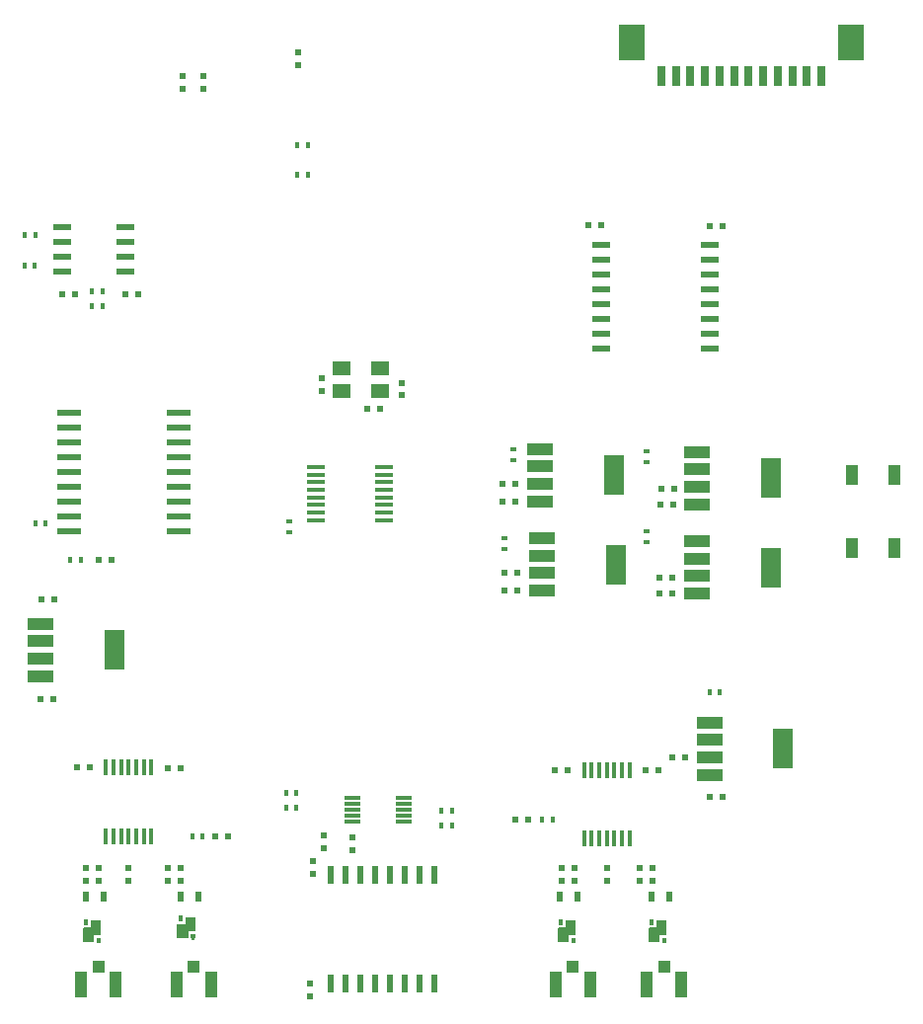
<source format=gbr>
G04 #@! TF.GenerationSoftware,KiCad,Pcbnew,(5.1.2)-2*
G04 #@! TF.CreationDate,2021-12-15T08:53:58-03:00*
G04 #@! TF.ProjectId,MAG_Plus,4d41475f-506c-4757-932e-6b696361645f,rev?*
G04 #@! TF.SameCoordinates,Original*
G04 #@! TF.FileFunction,Paste,Top*
G04 #@! TF.FilePolarity,Positive*
%FSLAX46Y46*%
G04 Gerber Fmt 4.6, Leading zero omitted, Abs format (unit mm)*
G04 Created by KiCad (PCBNEW (5.1.2)-2) date 2021-12-15 08:53:58*
%MOMM*%
%LPD*%
G04 APERTURE LIST*
%ADD10R,0.400000X0.600000*%
%ADD11R,1.550000X0.600000*%
%ADD12R,0.500000X0.600000*%
%ADD13R,0.600000X0.500000*%
%ADD14R,0.450000X1.450000*%
%ADD15R,1.050000X2.200000*%
%ADD16R,1.000000X1.050000*%
%ADD17R,2.200000X3.100000*%
%ADD18R,0.800000X1.700000*%
%ADD19R,0.600000X1.500000*%
%ADD20R,1.500000X0.600000*%
%ADD21R,1.100000X1.800000*%
%ADD22R,2.000000X0.600000*%
%ADD23R,2.200000X1.000000*%
%ADD24R,1.800000X3.400000*%
%ADD25R,1.400000X0.300000*%
%ADD26C,0.800000*%
%ADD27C,0.100000*%
%ADD28C,0.350000*%
%ADD29R,0.500000X0.900000*%
%ADD30R,0.600000X0.400000*%
%ADD31R,1.500000X0.450000*%
%ADD32R,1.600000X1.300000*%
G04 APERTURE END LIST*
D10*
X70200000Y-56200000D03*
X71100000Y-56200000D03*
X71100000Y-58700000D03*
X70200000Y-58700000D03*
D11*
X50050000Y-67005000D03*
X50050000Y-65735000D03*
X50050000Y-64465000D03*
X50050000Y-63195000D03*
X55450000Y-63195000D03*
X55450000Y-64465000D03*
X55450000Y-65735000D03*
X55450000Y-67005000D03*
D10*
X46800000Y-66500000D03*
X47700000Y-66500000D03*
X47750000Y-63900000D03*
X46850000Y-63900000D03*
X52600000Y-68700000D03*
X53500000Y-68700000D03*
X53490000Y-70000000D03*
X52590000Y-70000000D03*
D12*
X60350000Y-50250000D03*
X60350000Y-51350000D03*
X62150000Y-51350000D03*
X62150000Y-50250000D03*
X70250000Y-48250000D03*
X70250000Y-49350000D03*
D13*
X51140000Y-69000000D03*
X50040000Y-69000000D03*
X55440000Y-69000000D03*
X56540000Y-69000000D03*
D14*
X94800000Y-109750000D03*
X95450000Y-109750000D03*
X96100000Y-109750000D03*
X96750000Y-109750000D03*
X97400000Y-109750000D03*
X98050000Y-109750000D03*
X98700000Y-109750000D03*
X98700000Y-115650000D03*
X98050000Y-115650000D03*
X97400000Y-115650000D03*
X96750000Y-115650000D03*
X96100000Y-115650000D03*
X95450000Y-115650000D03*
X94800000Y-115650000D03*
D15*
X92385000Y-128175000D03*
D16*
X93860000Y-126650000D03*
D15*
X95335000Y-128175000D03*
X103145000Y-128175000D03*
D16*
X101670000Y-126650000D03*
D15*
X100195000Y-128175000D03*
X51675000Y-128175000D03*
D16*
X53150000Y-126650000D03*
D15*
X54625000Y-128175000D03*
X62805000Y-128175000D03*
D16*
X61330000Y-126650000D03*
D15*
X59855000Y-128175000D03*
D13*
X88900000Y-114000000D03*
X90000000Y-114000000D03*
D12*
X96750000Y-119250000D03*
X96750000Y-118150000D03*
D13*
X63200000Y-115500000D03*
X64300000Y-115500000D03*
D12*
X55750000Y-118150000D03*
X55750000Y-119250000D03*
X92850000Y-119250000D03*
X92850000Y-118150000D03*
X93950000Y-118150000D03*
X93950000Y-119250000D03*
X99550000Y-119250000D03*
X99550000Y-118150000D03*
X100650000Y-118150000D03*
X100650000Y-119250000D03*
X52050000Y-118150000D03*
X52050000Y-119250000D03*
X53150000Y-119250000D03*
X53150000Y-118150000D03*
X59150000Y-118150000D03*
X59150000Y-119250000D03*
X60250000Y-119250000D03*
X60250000Y-118150000D03*
D13*
X93400000Y-109800000D03*
X92300000Y-109800000D03*
X101200000Y-109800000D03*
X100100000Y-109800000D03*
X51300000Y-109500000D03*
X52400000Y-109500000D03*
X59100000Y-109600000D03*
X60200000Y-109600000D03*
D10*
X91200000Y-114000000D03*
X92100000Y-114000000D03*
X62100000Y-115500000D03*
X61200000Y-115500000D03*
D14*
X53800000Y-109550000D03*
X54450000Y-109550000D03*
X55100000Y-109550000D03*
X55750000Y-109550000D03*
X56400000Y-109550000D03*
X57050000Y-109550000D03*
X57700000Y-109550000D03*
X57700000Y-115450000D03*
X57050000Y-115450000D03*
X56400000Y-115450000D03*
X55750000Y-115450000D03*
X55100000Y-115450000D03*
X54450000Y-115450000D03*
X53800000Y-115450000D03*
D17*
X98925000Y-47410000D03*
X117675000Y-47410000D03*
D18*
X101425000Y-50310000D03*
X102675000Y-50310000D03*
X103925000Y-50310000D03*
X105175000Y-50310000D03*
X106425000Y-50310000D03*
X107675000Y-50310000D03*
X108925000Y-50310000D03*
X110175000Y-50310000D03*
X111425000Y-50310000D03*
X112675000Y-50310000D03*
X113925000Y-50310000D03*
X115175000Y-50310000D03*
D19*
X73105000Y-118750000D03*
X74375000Y-118750000D03*
X75645000Y-118750000D03*
X76915000Y-118750000D03*
X78185000Y-118750000D03*
X79455000Y-118750000D03*
X80725000Y-118750000D03*
X81995000Y-118750000D03*
X81995000Y-128050000D03*
X80725000Y-128050000D03*
X79455000Y-128050000D03*
X78185000Y-128050000D03*
X76915000Y-128050000D03*
X75645000Y-128050000D03*
X74375000Y-128050000D03*
X73105000Y-128050000D03*
D20*
X105600000Y-64755000D03*
X105600000Y-66025000D03*
X105600000Y-67295000D03*
X105600000Y-68565000D03*
X105600000Y-69835000D03*
X105600000Y-71105000D03*
X105600000Y-72375000D03*
X105600000Y-73645000D03*
X96300000Y-73645000D03*
X96300000Y-72375000D03*
X96300000Y-71105000D03*
X96300000Y-69835000D03*
X96300000Y-68565000D03*
X96300000Y-67295000D03*
X96300000Y-66025000D03*
X96300000Y-64755000D03*
D12*
X74960000Y-116660000D03*
X74960000Y-115560000D03*
X72460000Y-115390000D03*
X72460000Y-116490000D03*
X71590000Y-118640000D03*
X71590000Y-117540000D03*
X71280000Y-129160000D03*
X71280000Y-128060000D03*
D13*
X106680000Y-63180000D03*
X105580000Y-63180000D03*
X96240000Y-63030000D03*
X95140000Y-63030000D03*
X53160000Y-91730000D03*
X54260000Y-91730000D03*
D10*
X51650000Y-91750000D03*
X50750000Y-91750000D03*
D21*
X121450000Y-84500000D03*
X121450000Y-90700000D03*
X117750000Y-84500000D03*
X117750000Y-90700000D03*
D22*
X50680000Y-89270000D03*
X50680000Y-88000000D03*
X50680000Y-86730000D03*
X50680000Y-85460000D03*
X50680000Y-84190000D03*
X50680000Y-82920000D03*
X50680000Y-81650000D03*
X50680000Y-80380000D03*
X50680000Y-79110000D03*
X60080000Y-79110000D03*
X60080000Y-80380000D03*
X60080000Y-81650000D03*
X60080000Y-82920000D03*
X60080000Y-84190000D03*
X60080000Y-85460000D03*
X60080000Y-86730000D03*
X60080000Y-88000000D03*
X60080000Y-89270000D03*
D13*
X101300000Y-94650000D03*
X102400000Y-94650000D03*
X102400000Y-93250000D03*
X101300000Y-93250000D03*
X101350000Y-87050000D03*
X102450000Y-87050000D03*
X102500000Y-85700000D03*
X101400000Y-85700000D03*
X106660000Y-112070000D03*
X105560000Y-112070000D03*
X102350000Y-108720000D03*
X103450000Y-108720000D03*
X48210000Y-103680000D03*
X49310000Y-103680000D03*
X48260000Y-95170000D03*
X49360000Y-95170000D03*
D23*
X104500000Y-94650000D03*
X104500000Y-91650000D03*
D24*
X110800000Y-92400000D03*
D23*
X104500000Y-93150000D03*
X104500000Y-90150000D03*
X104500000Y-82500000D03*
X104500000Y-85500000D03*
D24*
X110800000Y-84750000D03*
D23*
X104500000Y-84000000D03*
X104500000Y-87000000D03*
X105560000Y-110200000D03*
X105560000Y-107200000D03*
D24*
X111860000Y-107950000D03*
D23*
X105560000Y-108700000D03*
X105560000Y-105700000D03*
X48220000Y-97220000D03*
X48220000Y-100220000D03*
D24*
X54520000Y-99470000D03*
D23*
X48220000Y-98720000D03*
X48220000Y-101720000D03*
D25*
X79370000Y-112160000D03*
X79370000Y-112660000D03*
X79370000Y-113160000D03*
X79370000Y-113660000D03*
X79370000Y-114160000D03*
X74970000Y-114160000D03*
X74970000Y-113660000D03*
X74970000Y-113160000D03*
X74970000Y-112660000D03*
X74970000Y-112160000D03*
D26*
X93060000Y-123900000D03*
D27*
G36*
X94060975Y-122695096D02*
G01*
X94061913Y-122695381D01*
X94062778Y-122695843D01*
X94063536Y-122696464D01*
X94064157Y-122697222D01*
X94064619Y-122698087D01*
X94064904Y-122699025D01*
X94065000Y-122700000D01*
X94065000Y-123900000D01*
X94064904Y-123900975D01*
X94064619Y-123901913D01*
X94064157Y-123902778D01*
X94063536Y-123903536D01*
X94062778Y-123904157D01*
X94061913Y-123904619D01*
X94060975Y-123904904D01*
X94060000Y-123905000D01*
X93465000Y-123905000D01*
X93465000Y-124500000D01*
X93464904Y-124500975D01*
X93464619Y-124501913D01*
X93464157Y-124502778D01*
X93463536Y-124503536D01*
X93462778Y-124504157D01*
X93461913Y-124504619D01*
X93460975Y-124504904D01*
X93460000Y-124505000D01*
X92660000Y-124505000D01*
X92659025Y-124504904D01*
X92658087Y-124504619D01*
X92657222Y-124504157D01*
X92656464Y-124503536D01*
X92655843Y-124502778D01*
X92655381Y-124501913D01*
X92655096Y-124500975D01*
X92655000Y-124500000D01*
X92510000Y-124500000D01*
X92510000Y-123310000D01*
X92655000Y-123310000D01*
X92655000Y-123300000D01*
X92655096Y-123299025D01*
X92655381Y-123298087D01*
X92655843Y-123297222D01*
X92656464Y-123296464D01*
X92657222Y-123295843D01*
X92658087Y-123295381D01*
X92659025Y-123295096D01*
X92660000Y-123295000D01*
X93157928Y-123295000D01*
X93255000Y-123197928D01*
X93255000Y-122700000D01*
X93255096Y-122699025D01*
X93255381Y-122698087D01*
X93255843Y-122697222D01*
X93256464Y-122696464D01*
X93257222Y-122695843D01*
X93258087Y-122695381D01*
X93259025Y-122695096D01*
X93260000Y-122695000D01*
X94060000Y-122695000D01*
X94060975Y-122695096D01*
X94060975Y-122695096D01*
G37*
D28*
X92830000Y-122870000D03*
D27*
G36*
X93000000Y-122695000D02*
G01*
X93005000Y-122695000D01*
X93005000Y-123045000D01*
X92655000Y-123045000D01*
X92655000Y-122695000D01*
X92670000Y-122695000D01*
X92670000Y-122550000D01*
X93000000Y-122550000D01*
X93000000Y-122695000D01*
X93000000Y-122695000D01*
G37*
D28*
X93890000Y-124330000D03*
D27*
G36*
X94065000Y-124505000D02*
G01*
X94050000Y-124505000D01*
X94050000Y-124650000D01*
X93730000Y-124650000D01*
X93730000Y-124505000D01*
X93715000Y-124505000D01*
X93715000Y-124155000D01*
X94065000Y-124155000D01*
X94065000Y-124505000D01*
X94065000Y-124505000D01*
G37*
D28*
X53170000Y-124330000D03*
D27*
G36*
X53345000Y-124505000D02*
G01*
X53330000Y-124505000D01*
X53330000Y-124650000D01*
X53010000Y-124650000D01*
X53010000Y-124505000D01*
X52995000Y-124505000D01*
X52995000Y-124155000D01*
X53345000Y-124155000D01*
X53345000Y-124505000D01*
X53345000Y-124505000D01*
G37*
D28*
X52110000Y-122870000D03*
D27*
G36*
X52280000Y-122695000D02*
G01*
X52285000Y-122695000D01*
X52285000Y-123045000D01*
X51935000Y-123045000D01*
X51935000Y-122695000D01*
X51950000Y-122695000D01*
X51950000Y-122550000D01*
X52280000Y-122550000D01*
X52280000Y-122695000D01*
X52280000Y-122695000D01*
G37*
D26*
X52340000Y-123900000D03*
D27*
G36*
X53340975Y-122695096D02*
G01*
X53341913Y-122695381D01*
X53342778Y-122695843D01*
X53343536Y-122696464D01*
X53344157Y-122697222D01*
X53344619Y-122698087D01*
X53344904Y-122699025D01*
X53345000Y-122700000D01*
X53345000Y-123900000D01*
X53344904Y-123900975D01*
X53344619Y-123901913D01*
X53344157Y-123902778D01*
X53343536Y-123903536D01*
X53342778Y-123904157D01*
X53341913Y-123904619D01*
X53340975Y-123904904D01*
X53340000Y-123905000D01*
X52745000Y-123905000D01*
X52745000Y-124500000D01*
X52744904Y-124500975D01*
X52744619Y-124501913D01*
X52744157Y-124502778D01*
X52743536Y-124503536D01*
X52742778Y-124504157D01*
X52741913Y-124504619D01*
X52740975Y-124504904D01*
X52740000Y-124505000D01*
X51940000Y-124505000D01*
X51939025Y-124504904D01*
X51938087Y-124504619D01*
X51937222Y-124504157D01*
X51936464Y-124503536D01*
X51935843Y-124502778D01*
X51935381Y-124501913D01*
X51935096Y-124500975D01*
X51935000Y-124500000D01*
X51790000Y-124500000D01*
X51790000Y-123310000D01*
X51935000Y-123310000D01*
X51935000Y-123300000D01*
X51935096Y-123299025D01*
X51935381Y-123298087D01*
X51935843Y-123297222D01*
X51936464Y-123296464D01*
X51937222Y-123295843D01*
X51938087Y-123295381D01*
X51939025Y-123295096D01*
X51940000Y-123295000D01*
X52437928Y-123295000D01*
X52535000Y-123197928D01*
X52535000Y-122700000D01*
X52535096Y-122699025D01*
X52535381Y-122698087D01*
X52535843Y-122697222D01*
X52536464Y-122696464D01*
X52537222Y-122695843D01*
X52538087Y-122695381D01*
X52539025Y-122695096D01*
X52540000Y-122695000D01*
X53340000Y-122695000D01*
X53340975Y-122695096D01*
X53340975Y-122695096D01*
G37*
D26*
X60440000Y-123600000D03*
D27*
G36*
X61440975Y-122395096D02*
G01*
X61441913Y-122395381D01*
X61442778Y-122395843D01*
X61443536Y-122396464D01*
X61444157Y-122397222D01*
X61444619Y-122398087D01*
X61444904Y-122399025D01*
X61445000Y-122400000D01*
X61445000Y-123600000D01*
X61444904Y-123600975D01*
X61444619Y-123601913D01*
X61444157Y-123602778D01*
X61443536Y-123603536D01*
X61442778Y-123604157D01*
X61441913Y-123604619D01*
X61440975Y-123604904D01*
X61440000Y-123605000D01*
X60845000Y-123605000D01*
X60845000Y-124200000D01*
X60844904Y-124200975D01*
X60844619Y-124201913D01*
X60844157Y-124202778D01*
X60843536Y-124203536D01*
X60842778Y-124204157D01*
X60841913Y-124204619D01*
X60840975Y-124204904D01*
X60840000Y-124205000D01*
X60040000Y-124205000D01*
X60039025Y-124204904D01*
X60038087Y-124204619D01*
X60037222Y-124204157D01*
X60036464Y-124203536D01*
X60035843Y-124202778D01*
X60035381Y-124201913D01*
X60035096Y-124200975D01*
X60035000Y-124200000D01*
X59890000Y-124200000D01*
X59890000Y-123010000D01*
X60035000Y-123010000D01*
X60035000Y-123000000D01*
X60035096Y-122999025D01*
X60035381Y-122998087D01*
X60035843Y-122997222D01*
X60036464Y-122996464D01*
X60037222Y-122995843D01*
X60038087Y-122995381D01*
X60039025Y-122995096D01*
X60040000Y-122995000D01*
X60537928Y-122995000D01*
X60635000Y-122897928D01*
X60635000Y-122400000D01*
X60635096Y-122399025D01*
X60635381Y-122398087D01*
X60635843Y-122397222D01*
X60636464Y-122396464D01*
X60637222Y-122395843D01*
X60638087Y-122395381D01*
X60639025Y-122395096D01*
X60640000Y-122395000D01*
X61440000Y-122395000D01*
X61440975Y-122395096D01*
X61440975Y-122395096D01*
G37*
D28*
X60210000Y-122570000D03*
D27*
G36*
X60380000Y-122395000D02*
G01*
X60385000Y-122395000D01*
X60385000Y-122745000D01*
X60035000Y-122745000D01*
X60035000Y-122395000D01*
X60050000Y-122395000D01*
X60050000Y-122250000D01*
X60380000Y-122250000D01*
X60380000Y-122395000D01*
X60380000Y-122395000D01*
G37*
D28*
X61270000Y-124030000D03*
D27*
G36*
X61445000Y-124205000D02*
G01*
X61430000Y-124205000D01*
X61430000Y-124350000D01*
X61110000Y-124350000D01*
X61110000Y-124205000D01*
X61095000Y-124205000D01*
X61095000Y-123855000D01*
X61445000Y-123855000D01*
X61445000Y-124205000D01*
X61445000Y-124205000D01*
G37*
D28*
X101680000Y-124330000D03*
D27*
G36*
X101855000Y-124505000D02*
G01*
X101840000Y-124505000D01*
X101840000Y-124650000D01*
X101520000Y-124650000D01*
X101520000Y-124505000D01*
X101505000Y-124505000D01*
X101505000Y-124155000D01*
X101855000Y-124155000D01*
X101855000Y-124505000D01*
X101855000Y-124505000D01*
G37*
D28*
X100620000Y-122870000D03*
D27*
G36*
X100790000Y-122695000D02*
G01*
X100795000Y-122695000D01*
X100795000Y-123045000D01*
X100445000Y-123045000D01*
X100445000Y-122695000D01*
X100460000Y-122695000D01*
X100460000Y-122550000D01*
X100790000Y-122550000D01*
X100790000Y-122695000D01*
X100790000Y-122695000D01*
G37*
D26*
X100850000Y-123900000D03*
D27*
G36*
X101850975Y-122695096D02*
G01*
X101851913Y-122695381D01*
X101852778Y-122695843D01*
X101853536Y-122696464D01*
X101854157Y-122697222D01*
X101854619Y-122698087D01*
X101854904Y-122699025D01*
X101855000Y-122700000D01*
X101855000Y-123900000D01*
X101854904Y-123900975D01*
X101854619Y-123901913D01*
X101854157Y-123902778D01*
X101853536Y-123903536D01*
X101852778Y-123904157D01*
X101851913Y-123904619D01*
X101850975Y-123904904D01*
X101850000Y-123905000D01*
X101255000Y-123905000D01*
X101255000Y-124500000D01*
X101254904Y-124500975D01*
X101254619Y-124501913D01*
X101254157Y-124502778D01*
X101253536Y-124503536D01*
X101252778Y-124504157D01*
X101251913Y-124504619D01*
X101250975Y-124504904D01*
X101250000Y-124505000D01*
X100450000Y-124505000D01*
X100449025Y-124504904D01*
X100448087Y-124504619D01*
X100447222Y-124504157D01*
X100446464Y-124503536D01*
X100445843Y-124502778D01*
X100445381Y-124501913D01*
X100445096Y-124500975D01*
X100445000Y-124500000D01*
X100300000Y-124500000D01*
X100300000Y-123310000D01*
X100445000Y-123310000D01*
X100445000Y-123300000D01*
X100445096Y-123299025D01*
X100445381Y-123298087D01*
X100445843Y-123297222D01*
X100446464Y-123296464D01*
X100447222Y-123295843D01*
X100448087Y-123295381D01*
X100449025Y-123295096D01*
X100450000Y-123295000D01*
X100947928Y-123295000D01*
X101045000Y-123197928D01*
X101045000Y-122700000D01*
X101045096Y-122699025D01*
X101045381Y-122698087D01*
X101045843Y-122697222D01*
X101046464Y-122696464D01*
X101047222Y-122695843D01*
X101048087Y-122695381D01*
X101049025Y-122695096D01*
X101050000Y-122695000D01*
X101850000Y-122695000D01*
X101850975Y-122695096D01*
X101850975Y-122695096D01*
G37*
D10*
X82550000Y-113300000D03*
X83450000Y-113300000D03*
X83450000Y-114500000D03*
X82550000Y-114500000D03*
X70150000Y-113000000D03*
X69250000Y-113000000D03*
X69250000Y-111700000D03*
X70150000Y-111700000D03*
D29*
X92710000Y-120600000D03*
X94210000Y-120600000D03*
X100596000Y-120600000D03*
X102096000Y-120600000D03*
X53582000Y-120600000D03*
X52082000Y-120600000D03*
X61710000Y-120600000D03*
X60210000Y-120600000D03*
D30*
X100200000Y-89300000D03*
X100200000Y-90200000D03*
X100200000Y-82450000D03*
X100200000Y-83350000D03*
D10*
X48650000Y-88600000D03*
X47750000Y-88600000D03*
X106450000Y-103100000D03*
X105550000Y-103100000D03*
D13*
X89050000Y-94400000D03*
X87950000Y-94400000D03*
X87960000Y-92900000D03*
X89060000Y-92900000D03*
D30*
X87950000Y-90800000D03*
X87950000Y-89900000D03*
D23*
X91225000Y-89900000D03*
X91225000Y-92900000D03*
D24*
X97525000Y-92150000D03*
D23*
X91225000Y-91400000D03*
X91225000Y-94400000D03*
D12*
X72300000Y-77280000D03*
X72300000Y-76180000D03*
D13*
X77340000Y-78840000D03*
X76240000Y-78840000D03*
D12*
X79190000Y-77660000D03*
X79190000Y-76560000D03*
D13*
X87780000Y-86760000D03*
X88880000Y-86760000D03*
X88890000Y-85250000D03*
X87790000Y-85250000D03*
D30*
X69520000Y-89370000D03*
X69520000Y-88470000D03*
X88740000Y-83190000D03*
X88740000Y-82290000D03*
D31*
X77690000Y-83795000D03*
X77690000Y-84445000D03*
X77690000Y-85095000D03*
X77690000Y-85745000D03*
X77690000Y-86395000D03*
X77690000Y-87045000D03*
X77690000Y-87695000D03*
X77690000Y-88345000D03*
X71790000Y-88345000D03*
X71790000Y-87695000D03*
X71790000Y-87045000D03*
X71790000Y-86395000D03*
X71790000Y-85745000D03*
X71790000Y-85095000D03*
X71790000Y-84445000D03*
X71790000Y-83795000D03*
D32*
X74050000Y-75290000D03*
X77350000Y-75290000D03*
X77350000Y-77290000D03*
X74050000Y-77290000D03*
D23*
X91050000Y-82250000D03*
X91050000Y-85250000D03*
D24*
X97350000Y-84500000D03*
D23*
X91050000Y-83750000D03*
X91050000Y-86750000D03*
M02*

</source>
